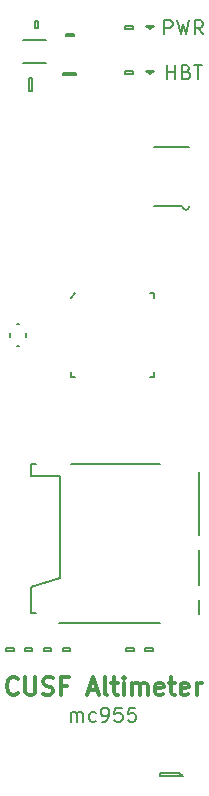
<source format=gto>
%TF.GenerationSoftware,KiCad,Pcbnew,no-vcs-found-835c19f~60~ubuntu16.04.1*%
%TF.CreationDate,2017-10-14T22:29:22+01:00*%
%TF.ProjectId,altimeter,616C74696D657465722E6B696361645F,rev?*%
%TF.SameCoordinates,Original*%
%TF.FileFunction,Legend,Top*%
%TF.FilePolarity,Positive*%
%FSLAX46Y46*%
G04 Gerber Fmt 4.6, Leading zero omitted, Abs format (unit mm)*
G04 Created by KiCad (PCBNEW no-vcs-found-835c19f~60~ubuntu16.04.1) date Sat Oct 14 22:29:22 2017*
%MOMM*%
%LPD*%
G01*
G04 APERTURE LIST*
%ADD10C,0.300000*%
%ADD11C,0.200000*%
%ADD12C,0.150000*%
G04 APERTURE END LIST*
D10*
X92778571Y-130335714D02*
X92707142Y-130407142D01*
X92492857Y-130478571D01*
X92350000Y-130478571D01*
X92135714Y-130407142D01*
X91992857Y-130264285D01*
X91921428Y-130121428D01*
X91850000Y-129835714D01*
X91850000Y-129621428D01*
X91921428Y-129335714D01*
X91992857Y-129192857D01*
X92135714Y-129050000D01*
X92350000Y-128978571D01*
X92492857Y-128978571D01*
X92707142Y-129050000D01*
X92778571Y-129121428D01*
X93421428Y-128978571D02*
X93421428Y-130192857D01*
X93492857Y-130335714D01*
X93564285Y-130407142D01*
X93707142Y-130478571D01*
X93992857Y-130478571D01*
X94135714Y-130407142D01*
X94207142Y-130335714D01*
X94278571Y-130192857D01*
X94278571Y-128978571D01*
X94921428Y-130407142D02*
X95135714Y-130478571D01*
X95492857Y-130478571D01*
X95635714Y-130407142D01*
X95707142Y-130335714D01*
X95778571Y-130192857D01*
X95778571Y-130050000D01*
X95707142Y-129907142D01*
X95635714Y-129835714D01*
X95492857Y-129764285D01*
X95207142Y-129692857D01*
X95064285Y-129621428D01*
X94992857Y-129550000D01*
X94921428Y-129407142D01*
X94921428Y-129264285D01*
X94992857Y-129121428D01*
X95064285Y-129050000D01*
X95207142Y-128978571D01*
X95564285Y-128978571D01*
X95778571Y-129050000D01*
X96921428Y-129692857D02*
X96421428Y-129692857D01*
X96421428Y-130478571D02*
X96421428Y-128978571D01*
X97135714Y-128978571D01*
X98778571Y-130050000D02*
X99492857Y-130050000D01*
X98635714Y-130478571D02*
X99135714Y-128978571D01*
X99635714Y-130478571D01*
X100350000Y-130478571D02*
X100207142Y-130407142D01*
X100135714Y-130264285D01*
X100135714Y-128978571D01*
X100707142Y-129478571D02*
X101278571Y-129478571D01*
X100921428Y-128978571D02*
X100921428Y-130264285D01*
X100992857Y-130407142D01*
X101135714Y-130478571D01*
X101278571Y-130478571D01*
X101778571Y-130478571D02*
X101778571Y-129478571D01*
X101778571Y-128978571D02*
X101707142Y-129050000D01*
X101778571Y-129121428D01*
X101850000Y-129050000D01*
X101778571Y-128978571D01*
X101778571Y-129121428D01*
X102492857Y-130478571D02*
X102492857Y-129478571D01*
X102492857Y-129621428D02*
X102564285Y-129550000D01*
X102707142Y-129478571D01*
X102921428Y-129478571D01*
X103064285Y-129550000D01*
X103135714Y-129692857D01*
X103135714Y-130478571D01*
X103135714Y-129692857D02*
X103207142Y-129550000D01*
X103350000Y-129478571D01*
X103564285Y-129478571D01*
X103707142Y-129550000D01*
X103778571Y-129692857D01*
X103778571Y-130478571D01*
X105064285Y-130407142D02*
X104921428Y-130478571D01*
X104635714Y-130478571D01*
X104492857Y-130407142D01*
X104421428Y-130264285D01*
X104421428Y-129692857D01*
X104492857Y-129550000D01*
X104635714Y-129478571D01*
X104921428Y-129478571D01*
X105064285Y-129550000D01*
X105135714Y-129692857D01*
X105135714Y-129835714D01*
X104421428Y-129978571D01*
X105564285Y-129478571D02*
X106135714Y-129478571D01*
X105778571Y-128978571D02*
X105778571Y-130264285D01*
X105850000Y-130407142D01*
X105992857Y-130478571D01*
X106135714Y-130478571D01*
X107207142Y-130407142D02*
X107064285Y-130478571D01*
X106778571Y-130478571D01*
X106635714Y-130407142D01*
X106564285Y-130264285D01*
X106564285Y-129692857D01*
X106635714Y-129550000D01*
X106778571Y-129478571D01*
X107064285Y-129478571D01*
X107207142Y-129550000D01*
X107278571Y-129692857D01*
X107278571Y-129835714D01*
X106564285Y-129978571D01*
X107921428Y-130478571D02*
X107921428Y-129478571D01*
X107921428Y-129764285D02*
X107992857Y-129621428D01*
X108064285Y-129550000D01*
X108207142Y-129478571D01*
X108350000Y-129478571D01*
D11*
X97257142Y-132742857D02*
X97257142Y-131942857D01*
X97257142Y-132057142D02*
X97314285Y-132000000D01*
X97428571Y-131942857D01*
X97600000Y-131942857D01*
X97714285Y-132000000D01*
X97771428Y-132114285D01*
X97771428Y-132742857D01*
X97771428Y-132114285D02*
X97828571Y-132000000D01*
X97942857Y-131942857D01*
X98114285Y-131942857D01*
X98228571Y-132000000D01*
X98285714Y-132114285D01*
X98285714Y-132742857D01*
X99371428Y-132685714D02*
X99257142Y-132742857D01*
X99028571Y-132742857D01*
X98914285Y-132685714D01*
X98857142Y-132628571D01*
X98800000Y-132514285D01*
X98800000Y-132171428D01*
X98857142Y-132057142D01*
X98914285Y-132000000D01*
X99028571Y-131942857D01*
X99257142Y-131942857D01*
X99371428Y-132000000D01*
X99942857Y-132742857D02*
X100171428Y-132742857D01*
X100285714Y-132685714D01*
X100342857Y-132628571D01*
X100457142Y-132457142D01*
X100514285Y-132228571D01*
X100514285Y-131771428D01*
X100457142Y-131657142D01*
X100400000Y-131600000D01*
X100285714Y-131542857D01*
X100057142Y-131542857D01*
X99942857Y-131600000D01*
X99885714Y-131657142D01*
X99828571Y-131771428D01*
X99828571Y-132057142D01*
X99885714Y-132171428D01*
X99942857Y-132228571D01*
X100057142Y-132285714D01*
X100285714Y-132285714D01*
X100400000Y-132228571D01*
X100457142Y-132171428D01*
X100514285Y-132057142D01*
X101600000Y-131542857D02*
X101028571Y-131542857D01*
X100971428Y-132114285D01*
X101028571Y-132057142D01*
X101142857Y-132000000D01*
X101428571Y-132000000D01*
X101542857Y-132057142D01*
X101600000Y-132114285D01*
X101657142Y-132228571D01*
X101657142Y-132514285D01*
X101600000Y-132628571D01*
X101542857Y-132685714D01*
X101428571Y-132742857D01*
X101142857Y-132742857D01*
X101028571Y-132685714D01*
X100971428Y-132628571D01*
X102742857Y-131542857D02*
X102171428Y-131542857D01*
X102114285Y-132114285D01*
X102171428Y-132057142D01*
X102285714Y-132000000D01*
X102571428Y-132000000D01*
X102685714Y-132057142D01*
X102742857Y-132114285D01*
X102800000Y-132228571D01*
X102800000Y-132514285D01*
X102742857Y-132628571D01*
X102685714Y-132685714D01*
X102571428Y-132742857D01*
X102285714Y-132742857D01*
X102171428Y-132685714D01*
X102114285Y-132628571D01*
X105200000Y-74542857D02*
X105200000Y-73342857D01*
X105657142Y-73342857D01*
X105771428Y-73400000D01*
X105828571Y-73457142D01*
X105885714Y-73571428D01*
X105885714Y-73742857D01*
X105828571Y-73857142D01*
X105771428Y-73914285D01*
X105657142Y-73971428D01*
X105200000Y-73971428D01*
X106285714Y-73342857D02*
X106571428Y-74542857D01*
X106800000Y-73685714D01*
X107028571Y-74542857D01*
X107314285Y-73342857D01*
X108457142Y-74542857D02*
X108057142Y-73971428D01*
X107771428Y-74542857D02*
X107771428Y-73342857D01*
X108228571Y-73342857D01*
X108342857Y-73400000D01*
X108400000Y-73457142D01*
X108457142Y-73571428D01*
X108457142Y-73742857D01*
X108400000Y-73857142D01*
X108342857Y-73914285D01*
X108228571Y-73971428D01*
X107771428Y-73971428D01*
X105400000Y-78342857D02*
X105400000Y-77142857D01*
X105400000Y-77714285D02*
X106085714Y-77714285D01*
X106085714Y-78342857D02*
X106085714Y-77142857D01*
X107057142Y-77714285D02*
X107228571Y-77771428D01*
X107285714Y-77828571D01*
X107342857Y-77942857D01*
X107342857Y-78114285D01*
X107285714Y-78228571D01*
X107228571Y-78285714D01*
X107114285Y-78342857D01*
X106657142Y-78342857D01*
X106657142Y-77142857D01*
X107057142Y-77142857D01*
X107171428Y-77200000D01*
X107228571Y-77257142D01*
X107285714Y-77371428D01*
X107285714Y-77485714D01*
X107228571Y-77600000D01*
X107171428Y-77657142D01*
X107057142Y-77714285D01*
X106657142Y-77714285D01*
X107685714Y-77142857D02*
X108371428Y-77142857D01*
X108028571Y-78342857D02*
X108028571Y-77142857D01*
D12*
%TO.C,C2*%
X96650000Y-77775000D02*
X97750000Y-77775000D01*
X96650000Y-78025000D02*
X96650000Y-77775000D01*
X97750000Y-78025000D02*
X96650000Y-78025000D01*
X97750000Y-77775000D02*
X97750000Y-78025000D01*
%TO.C,C3*%
X93775000Y-78250000D02*
X94025000Y-78250000D01*
X94025000Y-78250000D02*
X94025000Y-79350000D01*
X94025000Y-79350000D02*
X93775000Y-79350000D01*
X93775000Y-79350000D02*
X93775000Y-78250000D01*
%TO.C,C4*%
X94975000Y-126725000D02*
X94975000Y-126475000D01*
X94975000Y-126475000D02*
X95625000Y-126475000D01*
X95625000Y-126475000D02*
X95625000Y-126725000D01*
X95625000Y-126725000D02*
X94975000Y-126725000D01*
%TO.C,D1*%
X104000000Y-74125000D02*
X103675000Y-73875000D01*
X104000000Y-74125000D02*
X104325000Y-73875000D01*
X103675000Y-73875000D02*
X104325000Y-73875000D01*
%TO.C,D2*%
X103675000Y-77675000D02*
X104325000Y-77675000D01*
X104000000Y-77925000D02*
X104325000Y-77675000D01*
X104000000Y-77925000D02*
X103675000Y-77675000D01*
%TO.C,IC1*%
X106700000Y-89100000D02*
X104300000Y-89100000D01*
X107300000Y-84100000D02*
X104300000Y-84100000D01*
X106700000Y-89100000D02*
G75*
G03X107300000Y-89100000I300000J0D01*
G01*
%TO.C,IC3*%
X97250000Y-96850000D02*
X97650000Y-96450000D01*
X103950000Y-96450000D02*
X104350000Y-96450000D01*
X104350000Y-96450000D02*
X104350000Y-96850000D01*
X103950000Y-103550000D02*
X104350000Y-103550000D01*
X104350000Y-103550000D02*
X104350000Y-103150000D01*
X97650000Y-103550000D02*
X97250000Y-103550000D01*
X97250000Y-103550000D02*
X97250000Y-103150000D01*
%TO.C,Q1*%
X106750000Y-137350000D02*
X106750000Y-137350000D01*
X106750000Y-137350000D02*
X104850000Y-137350000D01*
X104850000Y-137350000D02*
X104850000Y-137050000D01*
X104850000Y-137050000D02*
X106450000Y-137050000D01*
X106450000Y-137050000D02*
X106750000Y-137350000D01*
%TO.C,R1*%
X94025000Y-126725000D02*
X93375000Y-126725000D01*
X94025000Y-126475000D02*
X94025000Y-126725000D01*
X93375000Y-126475000D02*
X94025000Y-126475000D01*
X93375000Y-126725000D02*
X93375000Y-126475000D01*
%TO.C,R3*%
X92425000Y-126725000D02*
X91775000Y-126725000D01*
X92425000Y-126475000D02*
X92425000Y-126725000D01*
X91775000Y-126475000D02*
X92425000Y-126475000D01*
X91775000Y-126725000D02*
X91775000Y-126475000D01*
%TO.C,R5*%
X104225000Y-126725000D02*
X103575000Y-126725000D01*
X104225000Y-126475000D02*
X104225000Y-126725000D01*
X103575000Y-126475000D02*
X104225000Y-126475000D01*
X103575000Y-126725000D02*
X103575000Y-126475000D01*
%TO.C,R7*%
X101975000Y-126725000D02*
X101975000Y-126475000D01*
X101975000Y-126475000D02*
X102625000Y-126475000D01*
X102625000Y-126475000D02*
X102625000Y-126725000D01*
X102625000Y-126725000D02*
X101975000Y-126725000D01*
%TO.C,R8*%
X96575000Y-126725000D02*
X96575000Y-126475000D01*
X96575000Y-126475000D02*
X97225000Y-126475000D01*
X97225000Y-126475000D02*
X97225000Y-126725000D01*
X97225000Y-126725000D02*
X96575000Y-126725000D01*
%TO.C,R9*%
X94525000Y-73375000D02*
X94525000Y-74025000D01*
X94275000Y-73375000D02*
X94525000Y-73375000D01*
X94275000Y-74025000D02*
X94275000Y-73375000D01*
X94525000Y-74025000D02*
X94275000Y-74025000D01*
%TO.C,R11*%
X96875000Y-74725000D02*
X96875000Y-74475000D01*
X96875000Y-74475000D02*
X97525000Y-74475000D01*
X97525000Y-74475000D02*
X97525000Y-74725000D01*
X97525000Y-74725000D02*
X96875000Y-74725000D01*
%TO.C,R13*%
X101875000Y-73875000D02*
X102525000Y-73875000D01*
X101875000Y-74125000D02*
X101875000Y-73875000D01*
X102525000Y-74125000D02*
X101875000Y-74125000D01*
X102525000Y-73875000D02*
X102525000Y-74125000D01*
%TO.C,R14*%
X101875000Y-77925000D02*
X101875000Y-77675000D01*
X101875000Y-77675000D02*
X102525000Y-77675000D01*
X102525000Y-77675000D02*
X102525000Y-77925000D01*
X102525000Y-77925000D02*
X101875000Y-77925000D01*
%TO.C,U1*%
X96400000Y-120600000D02*
X96400000Y-111900000D01*
X96400000Y-111900000D02*
X93900000Y-111900000D01*
X93900000Y-111900000D02*
X93900000Y-110900000D01*
X93900000Y-110900000D02*
X94300000Y-110900000D01*
X93900000Y-121300000D02*
X96400000Y-120600000D01*
X93900000Y-121300000D02*
X93900000Y-123500000D01*
X93900000Y-123500000D02*
X94300000Y-123500000D01*
X108100000Y-122400000D02*
X108100000Y-123600000D01*
X108100000Y-118200000D02*
X108100000Y-121200000D01*
X108100000Y-111600000D02*
X108100000Y-116900000D01*
X97300000Y-110900000D02*
X104800000Y-110900000D01*
X96300000Y-124400000D02*
X104800000Y-124400000D01*
%TO.C,Y1*%
X92750000Y-100900000D02*
X92850000Y-100900000D01*
X92100000Y-99850000D02*
X92100000Y-100150000D01*
X92750000Y-99100000D02*
X92850000Y-99100000D01*
X93500000Y-99850000D02*
X93500000Y-100150000D01*
%TO.C,IC2*%
X93200000Y-75000000D02*
X95200000Y-75000000D01*
X95200000Y-77000000D02*
X93200000Y-77000000D01*
%TD*%
M02*

</source>
